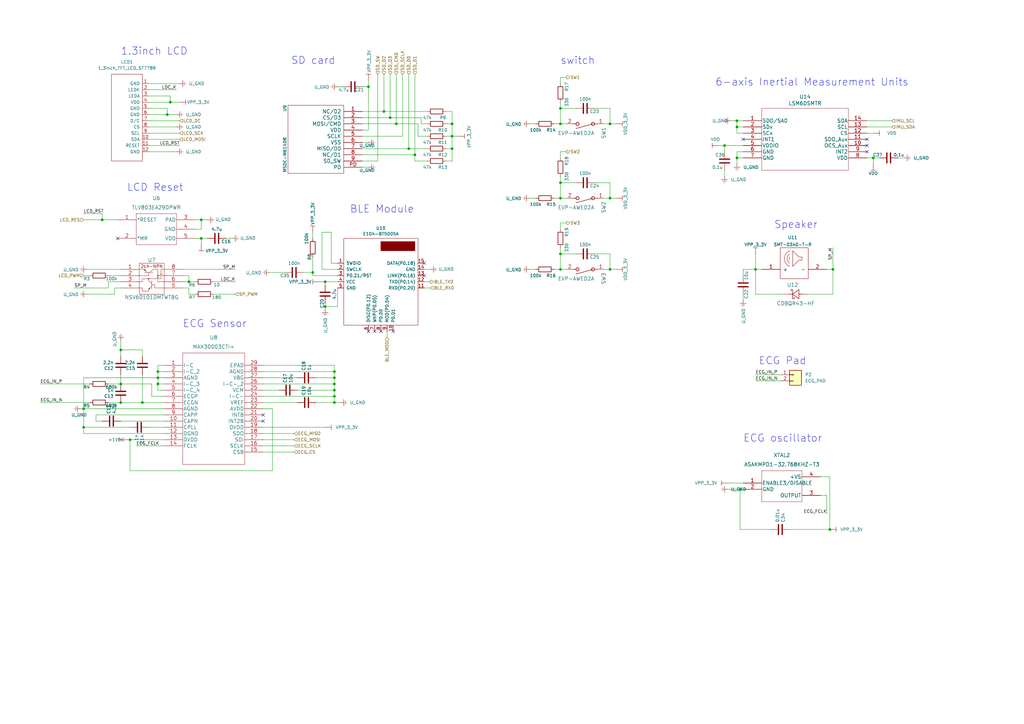
<source format=kicad_sch>
(kicad_sch (version 20211123) (generator eeschema)
  (paper "A3")
  (lib_symbols
    (symbol "Device:C" (pin_numbers hide) (pin_names (offset 0.254))
      (property "Reference" "C" (at 0.635 2.54 0))
      (property "Value" "C" (at 0.635 -2.54 0))
      (symbol "C_1_1"
        (pin passive line (at 0 3.81 270) (length 2.794) (name "~") (number "1"))
        (pin passive line (at 0 -3.81 90) (length 2.794) (name "~") (number "2"))
      )
    )
    (symbol "Device:R" (pin_numbers hide) (pin_names (offset 0))
      (property "Reference" "R" (at 2.032 0 90))
      (property "Value" "R" (at 0 0 90))
      (symbol "R_1_1"
        (pin passive line (at 0 3.81 270) (length 1.27) (name "~") (number "1"))
        (pin passive line (at 0 -3.81 90) (length 1.27) (name "~") (number "2"))
      )
    )
    (symbol "User_library:1.3inch_TFT_LCD_ST7789" (pin_names (offset 1.016))
      (property "Reference" "LCD" (at 2.54 13.97 0))
      (property "Value" "1.3inch_TFT_LCD_ST7789" (at 24.13 13.97 0))
      (symbol "1.3inch_TFT_LCD_ST7789_1_1"
        (pin power_out line (at 31.75 -2.54 90) (length 2.54) (name "GND") (number "1"))
        (pin input line (at 8.89 -2.54 90) (length 2.54) (name "SDA") (number "10"))
        (pin input line (at 6.35 -2.54 90) (length 2.54) (name "RESET") (number "11"))
        (pin power_out line (at 3.81 -2.54 90) (length 2.54) (name "GND") (number "12"))
        (pin power_out line (at 29.21 -2.54 90) (length 2.54) (name "LEDK") (number "2"))
        (pin power_in line (at 26.67 -2.54 90) (length 2.54) (name "LEDA") (number "3"))
        (pin power_in line (at 24.13 -2.54 90) (length 2.54) (name "VDD") (number "4"))
        (pin power_out line (at 21.59 -2.54 90) (length 2.54) (name "GND") (number "5"))
        (pin power_out line (at 19.05 -2.54 90) (length 2.54) (name "GND") (number "6"))
        (pin input line (at 16.51 -2.54 90) (length 2.54) (name "D/C") (number "7"))
        (pin input line (at 13.97 -2.54 90) (length 2.54) (name "CS") (number "8"))
        (pin input line (at 11.43 -2.54 90) (length 2.54) (name "SCL") (number "9"))
      )
    )
    (symbol "User_library:ASAKMPD1-32.768KHZ-T3" (pin_names (offset 0.254))
      (property "Reference" "XTAL" (at 16.51 10.16 0))
      (property "Value" "ASAKMPD1-32.768KHZ-T3" (at 19.05 7.62 0))
      (symbol "ASAKMPD1-32.768KHZ-T3_1_1"
        (pin input line (at 0 0 0) (length 7.62) (name "ENABLE3/DISABLE") (number "1"))
        (pin power_in line (at 0 -2.54 0) (length 7.62) (name "GND") (number "2"))
        (pin output line (at 31.75 -5.08 180) (length 7.62) (name "OUTPUT") (number "3"))
        (pin power_in line (at 31.75 2.54 180) (length 7.62) (name "+VS") (number "4"))
      )
    )
    (symbol "User_library:CDBQR43-HF" (pin_numbers hide) (pin_names (offset 1.651) hide)
      (property "Reference" "U" (at 3.81 3.81 0))
      (property "Value" "User_library_CDBQR43-HF" (at 5.08 -3.81 0))
      (symbol "CDBQR43-HF_1_1"
        (pin unspecified line (at 0 0 0) (length 2.54) (name "1") (number "1"))
        (pin unspecified line (at 10.16 0 180) (length 2.54) (name "2") (number "2"))
      )
    )
    (symbol "User_library:E104-BT5005A" (pin_names (offset 1.016))
      (property "Reference" "U" (at 2.54 36.83 0))
      (property "Value" "User_library_E104-BT5005A" (at 22.86 36.83 0))
      (symbol "E104-BT5005A_1_1"
        (pin input line (at -2.54 25.4 0) (length 2.54) (name "SWDIO") (number "1"))
        (pin input line (at 20.32 -2.54 90) (length 2.54) (name "P0.01") (number "10"))
        (pin input line (at 33.02 15.24 180) (length 2.54) (name "RXD(P0.20)") (number "11"))
        (pin input line (at 33.02 17.78 180) (length 2.54) (name "TXD(P0.14)") (number "12"))
        (pin input line (at 33.02 20.32 180) (length 2.54) (name "LINK(P0.16)") (number "13"))
        (pin input line (at 33.02 22.86 180) (length 2.54) (name "GND") (number "14"))
        (pin input line (at 33.02 25.4 180) (length 2.54) (name "DATA(P0.18)") (number "15"))
        (pin input line (at -2.54 22.86 0) (length 2.54) (name "SWCLK") (number "2"))
        (pin input line (at -2.54 20.32 0) (length 2.54) (name "P0.21/RST") (number "3"))
        (pin input line (at -2.54 17.78 0) (length 2.54) (name "VCC") (number "4"))
        (pin input line (at -2.54 15.24 0) (length 2.54) (name "GND") (number "5"))
        (pin input line (at 10.16 -2.54 90) (length 2.54) (name "DISC(P0.12)") (number "6"))
        (pin input line (at 12.7 -2.54 90) (length 2.54) (name "WKP(P0.05)") (number "7"))
        (pin bidirectional line (at 15.24 -2.54 90) (length 2.54) (name "P0.00") (number "8"))
        (pin input line (at 17.78 -2.54 90) (length 2.54) (name "MOD(P0.04)") (number "9"))
      )
    )
    (symbol "User_library:ECG_PAD"
      (property "Reference" "P" (at 0 11.43 0))
      (property "Value" "ECG_PAD" (at 0 1.27 0))
      (symbol "ECG_PAD_1_1"
        (pin power_in line (at -5.08 7.62 0) (length 3.81) (name "+") (number "1"))
        (pin power_out line (at -5.08 5.08 0) (length 3.81) (name "-") (number "2"))
      )
    )
    (symbol "User_library:EVP-AWED2A" (pin_names (offset -1.905) hide)
      (property "Reference" "SW" (at 0 3.81 0))
      (property "Value" "User_library_EVP-AWED2A" (at 0 -3.175 0))
      (symbol "EVP-AWED2A_1_1"
        (pin unspecified line (at -7.62 0 0) (length 2.54) (name "1") (number "1"))
        (pin unspecified line (at 7.62 0 180) (length 2.54) (name "2") (number "2"))
      )
    )
    (symbol "User_library:LSM6DSMTR" (pin_names (offset 0.254))
      (property "Reference" "U" (at 22.86 7.62 0))
      (property "Value" "LSM6DSMTR" (at 26.67 -21.59 0))
      (symbol "LSM6DSMTR_1_1"
        (pin bidirectional line (at 0 0 0) (length 7.62) (name "SDO/SA0") (number "1"))
        (pin unspecified line (at 50.8 -10.16 180) (length 7.62) (name "OCS_Aux") (number "10"))
        (pin unspecified line (at 50.8 -7.62 180) (length 7.62) (name "SDO_Aux") (number "11"))
        (pin input line (at 50.8 -5.08 180) (length 7.62) (name "CS") (number "12"))
        (pin input line (at 50.8 -2.54 180) (length 7.62) (name "SCL") (number "13"))
        (pin bidirectional line (at 50.8 0 180) (length 7.62) (name "SDA") (number "14"))
        (pin unspecified line (at 0 -2.54 0) (length 7.62) (name "SDx") (number "2"))
        (pin unspecified line (at 0 -5.08 0) (length 7.62) (name "SCx") (number "3"))
        (pin output line (at 0 -7.62 0) (length 7.62) (name "INT1") (number "4"))
        (pin power_in line (at 0 -10.16 0) (length 7.62) (name "VDDIO") (number "5"))
        (pin power_in line (at 0 -12.7 0) (length 7.62) (name "GND") (number "6"))
        (pin power_in line (at 0 -15.24 0) (length 7.62) (name "GND") (number "7"))
        (pin power_in line (at 50.8 -15.24 180) (length 7.62) (name "VDD") (number "8"))
        (pin output line (at 50.8 -12.7 180) (length 7.62) (name "INT2") (number "9"))
      )
    )
    (symbol "User_library:MAX30003CTI+" (pin_names (offset 0.254))
      (property "Reference" "U" (at 20.32 10.16 0))
      (property "Value" "MAX30003CTI+" (at 20.32 7.62 0))
      (symbol "MAX30003CTI+_1_1"
        (pin bidirectional line (at 0 0 0) (length 7.62) (name "I-C") (number "1"))
        (pin unspecified line (at 0 -22.86 0) (length 7.62) (name "CAPN") (number "10"))
        (pin unspecified line (at 0 -25.4 0) (length 7.62) (name "CPLL") (number "11"))
        (pin power_in line (at 0 -27.94 0) (length 7.62) (name "DGND") (number "12"))
        (pin power_in line (at 0 -30.48 0) (length 7.62) (name "DVDD") (number "13"))
        (pin unspecified line (at 0 -33.02 0) (length 7.62) (name "FCLK") (number "14"))
        (pin unspecified line (at 40.64 -35.56 180) (length 7.62) (name "CSB") (number "15"))
        (pin unspecified line (at 40.64 -33.02 180) (length 7.62) (name "SCLK") (number "16"))
        (pin unspecified line (at 40.64 -30.48 180) (length 7.62) (name "SDI") (number "17"))
        (pin unspecified line (at 40.64 -27.94 180) (length 7.62) (name "SDO") (number "18"))
        (pin power_in line (at 40.64 -25.4 180) (length 7.62) (name "OVDD") (number "19"))
        (pin bidirectional line (at 0 -2.54 0) (length 7.62) (name "I-C_2") (number "2"))
        (pin unspecified line (at 40.64 -22.86 180) (length 7.62) (name "INT2B") (number "20"))
        (pin unspecified line (at 40.64 -20.32 180) (length 7.62) (name "INTB") (number "21"))
        (pin power_in line (at 40.64 -17.78 180) (length 7.62) (name "AVDD") (number "22"))
        (pin power_in line (at 40.64 -15.24 180) (length 7.62) (name "VREF") (number "23"))
        (pin bidirectional line (at 40.64 -12.7 180) (length 7.62) (name "I-C-") (number "24"))
        (pin unspecified line (at 40.64 -10.16 180) (length 7.62) (name "VCM") (number "25"))
        (pin bidirectional line (at 40.64 -7.62 180) (length 7.62) (name "I-C-_2") (number "26"))
        (pin unspecified line (at 40.64 -5.08 180) (length 7.62) (name "VBG") (number "27"))
        (pin power_in line (at 40.64 -2.54 180) (length 7.62) (name "AGND") (number "28"))
        (pin unspecified line (at 40.64 0 180) (length 7.62) (name "EPAD") (number "29"))
        (pin power_in line (at 0 -5.08 0) (length 7.62) (name "AGND") (number "3"))
        (pin bidirectional line (at 0 -7.62 0) (length 7.62) (name "I-C_3") (number "4"))
        (pin bidirectional line (at 0 -10.16 0) (length 7.62) (name "I-C_4") (number "5"))
        (pin unspecified line (at 0 -12.7 0) (length 7.62) (name "ECGP") (number "6"))
        (pin unspecified line (at 0 -15.24 0) (length 7.62) (name "ECGN") (number "7"))
        (pin power_in line (at 0 -17.78 0) (length 7.62) (name "AGND") (number "8"))
        (pin unspecified line (at 0 -20.32 0) (length 7.62) (name "CAPP") (number "9"))
      )
    )
    (symbol "User_library:MSDC-M61408" (pin_names (offset 1.016))
      (property "Reference" "U" (at 8.89 29.21 0))
      (property "Value" "User_library_MSDC-M61408" (at 10.16 -1.27 0))
      (symbol "MSDC-M61408_1_1"
        (pin bidirectional line (at 30.48 25.4 180) (length 7.62) (name "NC/D2") (number "1"))
        (pin bidirectional line (at 30.48 22.86 180) (length 7.62) (name "CS/D3") (number "2"))
        (pin bidirectional line (at 30.48 20.32 180) (length 7.62) (name "MOSI/CMD") (number "3"))
        (pin power_in line (at 30.48 17.78 180) (length 7.62) (name "VDD") (number "4"))
        (pin bidirectional line (at 30.48 15.24 180) (length 7.62) (name "SCLK") (number "5"))
        (pin power_out line (at 30.48 12.7 180) (length 7.62) (name "VSS") (number "6"))
        (pin bidirectional line (at 30.48 10.16 180) (length 7.62) (name "MISO/D0") (number "7"))
        (pin bidirectional line (at 30.48 7.62 180) (length 7.62) (name "NC/D1") (number "8"))
        (pin output line (at 30.48 5.08 180) (length 7.62) (name "SD_SW") (number "9"))
        (pin power_out line (at 30.48 2.54 180) (length 7.62) (name "PD") (number "PD"))
      )
    )
    (symbol "User_library:NSV60101DMTWTBG" (pin_names (offset 0.254) hide)
      (property "Reference" "U" (at 11.43 3.81 0))
      (property "Value" "User_library_NSV60101DMTWTBG" (at 12.7 -11.43 0))
      (symbol "NSV60101DMTWTBG_0_0"
        (text "2ch-NPN" (at 12.7 1.27 0) (effects (font (size 1.27 1.27))))
      )
      (symbol "NSV60101DMTWTBG_1_1"
        (pin unspecified line (at 0 0 0) (length 7.62) (name "1") (number "1"))
        (pin unspecified line (at 0 -2.54 0) (length 7.62) (name "2") (number "2"))
        (pin unspecified line (at 0 -5.08 0) (length 7.62) (name "3") (number "3"))
        (pin unspecified line (at 0 -7.62 0) (length 7.62) (name "4") (number "4"))
        (pin unspecified line (at 25.4 -7.62 180) (length 7.62) (name "5") (number "5"))
        (pin unspecified line (at 25.4 -5.08 180) (length 7.62) (name "6") (number "6"))
        (pin unspecified line (at 25.4 -2.54 180) (length 7.62) (name "7") (number "7"))
        (pin unspecified line (at 25.4 0 180) (length 7.62) (name "8") (number "8"))
      )
    )
    (symbol "User_library:SMT-0340-T-R" (pin_names (offset 1.016))
      (property "Reference" "U" (at 3.81 13.97 0))
      (property "Value" "User_library_SMT-0340-T-R" (at 6.35 -1.27 0))
      (symbol "SMT-0340-T-R_1_1"
        (pin bidirectional line (at -7.62 3.81 0) (length 7.62) (name "+") (number "1"))
        (pin bidirectional line (at 19.05 3.81 180) (length 7.62) (name "-") (number "2"))
      )
    )
    (symbol "User_library:TLV803EA29DPWR" (pin_names (offset 0.254))
      (property "Reference" "U" (at 16.51 6.35 0))
      (property "Value" "TLV803EA29DPWR" (at 16.51 -8.89 0))
      (symbol "TLV803EA29DPWR_1_1"
        (pin bidirectional line (at 0 2.54 0) (length 7.62) (name "*RESET") (number "1"))
        (pin output line (at 0 -5.08 0) (length 7.62) (name "*MR") (number "2"))
        (pin power_in line (at 31.75 2.54 180) (length 7.62) (name "PAD") (number "3"))
        (pin power_in line (at 31.75 -1.27 180) (length 7.62) (name "GND") (number "4"))
        (pin power_in line (at 31.75 -5.08 180) (length 7.62) (name "VDD") (number "5"))
      )
    )
    (symbol "User_power:GND" (power) (pin_names (offset 0))
      (property "Value" "GND" (at 0 -3.81 0))
      (symbol "GND_1_1"
        (pin power_in line (at 0 0 270) (length 0) hide (name "U_GND") (number "1"))
      )
    )
    (symbol "User_power:VDD_3.3V" (power) (pin_names (offset 0))
      (property "Value" "VDD_3.3V" (at 0 3.81 0))
      (symbol "VDD_3.3V_1_1"
        (pin power_in line (at 0 0 90) (length 0) hide (name "VDD_3_3V") (number "1"))
      )
    )
    (symbol "User_power:VPP_3.3V" (power) (pin_names (offset 0))
      (property "Value" "User_power_VPP_3.3V" (at 0 3.81 0))
      (symbol "VPP_3.3V_1_1"
        (pin power_in line (at 0 0 90) (length 0) hide (name "VPP_3_3V") (number "1"))
      )
    )
    (symbol "power:+1V8" (power) (pin_names (offset 0))
      (property "Value" "+1V8" (at 0 3.556 0))
      (symbol "+1V8_1_1"
        (pin power_in line (at 0 0 90) (length 0) hide (name "+1V8") (number "1"))
      )
    )
    (symbol "sensor_V1-rescue:VPP_3.3V-User_power" (power) (pin_names (offset 0))
      (property "Value" "VPP_3.3V-User_power" (at 0 3.81 0))
      (symbol "VPP_3.3V-User_power_1_1"
        (pin power_in line (at 0 0 90) (length 0) hide (name "VDD") (number "1"))
      )
    )
  )
  (junction (at 137.16 152.4))
  (junction (at 34.29 167.64))
  (junction (at 302.26 52.07))
  (junction (at 137.16 157.48))
  (junction (at 151.13 35.56))
  (junction (at 137.16 160.02))
  (junction (at 341.63 110.49))
  (junction (at 49.53 157.48))
  (junction (at 185.42 55.88))
  (junction (at 303.53 200.66))
  (junction (at 167.64 60.96))
  (junction (at 170.18 63.5))
  (junction (at 69.85 41.91))
  (junction (at 157.48 45.72))
  (junction (at 340.36 217.17))
  (junction (at 229.87 104.14))
  (junction (at 137.16 162.56))
  (junction (at 137.16 165.1))
  (junction (at 128.27 111.76))
  (junction (at 64.77 154.94))
  (junction (at 82.55 90.17))
  (junction (at 358.14 64.77))
  (junction (at 250.19 110.49))
  (junction (at 185.42 50.8))
  (junction (at 82.55 97.79))
  (junction (at 302.26 49.53))
  (junction (at 162.56 50.8))
  (junction (at 229.87 74.93))
  (junction (at 64.77 152.4))
  (junction (at 133.35 115.57))
  (junction (at 229.87 44.45))
  (junction (at 185.42 60.96))
  (junction (at 58.42 165.1))
  (junction (at 250.19 50.8))
  (junction (at 133.35 125.73))
  (junction (at 309.88 110.49))
  (junction (at 41.91 90.17))
  (junction (at 250.19 81.28))
  (junction (at 229.87 81.28))
  (junction (at 49.53 143.51))
  (junction (at 137.16 154.94))
  (junction (at 64.77 157.48))
  (junction (at 297.18 59.69))
  (junction (at 77.47 115.57))
  (junction (at 53.34 180.34))
  (junction (at 49.53 165.1))
  (junction (at 34.29 175.26))
  (junction (at 160.02 48.26))
  (junction (at 68.58 46.99))
  (junction (at 229.87 50.8))
  (junction (at 229.87 110.49))
  (junction (at 302.26 64.77))
  (no_connect (at 355.6 62.23))
  (no_connect (at 304.8 57.15))
  (no_connect (at 161.29 135.89))
  (no_connect (at 48.26 97.79))
  (no_connect (at 355.6 59.69))
  (no_connect (at 151.13 135.89))
  (no_connect (at 173.99 113.03))
  (no_connect (at 156.21 135.89))
  (no_connect (at 107.95 172.72))
  (no_connect (at 153.67 135.89))
  (no_connect (at 355.6 57.15))
  (no_connect (at 107.95 170.18))
  (no_connect (at 173.99 107.95))
  (wire (pts (xy 304.8 62.23) (xy 302.26 62.23)))
  (wire (pts (xy 107.95 154.94) (xy 121.92 154.94)))
  (wire (pts (xy 74.93 110.49) (xy 96.52 110.49)))
  (wire (pts (xy 302.26 54.61) (xy 302.26 52.07)))
  (wire (pts (xy 34.29 167.64) (xy 34.29 175.26)))
  (wire (pts (xy 53.34 180.34) (xy 67.31 180.34)))
  (wire (pts (xy 185.42 60.96) (xy 185.42 55.88)))
  (wire (pts (xy 80.01 90.17) (xy 82.55 90.17)))
  (wire (pts (xy 355.6 64.77) (xy 358.14 64.77)))
  (wire (pts (xy 182.88 66.04) (xy 185.42 66.04)))
  (wire (pts (xy 170.18 66.04) (xy 175.26 66.04)))
  (wire (pts (xy 229.87 44.45) (xy 229.87 50.8)))
  (wire (pts (xy 111.76 167.64) (xy 111.76 193.04)))
  (wire (pts (xy 185.42 50.8) (xy 182.88 50.8)))
  (wire (pts (xy 138.43 118.11) (xy 138.43 125.73)))
  (wire (pts (xy 294.64 59.69) (xy 297.18 59.69)))
  (wire (pts (xy 139.7 165.1) (xy 137.16 165.1)))
  (wire (pts (xy 236.22 74.93) (xy 229.87 74.93)))
  (wire (pts (xy 68.58 44.45) (xy 68.58 46.99)))
  (wire (pts (xy 64.77 154.94) (xy 67.31 154.94)))
  (wire (pts (xy 302.26 62.23) (xy 302.26 64.77)))
  (wire (pts (xy 358.14 54.61) (xy 355.6 54.61)))
  (wire (pts (xy 162.56 50.8) (xy 162.56 30.48)))
  (wire (pts (xy 34.29 113.03) (xy 36.83 113.03)))
  (wire (pts (xy 60.96 62.23) (xy 72.39 62.23)))
  (wire (pts (xy 62.23 157.48) (xy 62.23 162.56)))
  (wire (pts (xy 35.56 110.49) (xy 49.53 110.49)))
  (wire (pts (xy 44.45 113.03) (xy 49.53 113.03)))
  (wire (pts (xy 74.93 118.11) (xy 77.47 118.11)))
  (wire (pts (xy 137.16 149.86) (xy 137.16 152.4)))
  (wire (pts (xy 185.42 45.72) (xy 182.88 45.72)))
  (wire (pts (xy 64.77 152.4) (xy 64.77 154.94)))
  (wire (pts (xy 49.53 165.1) (xy 58.42 165.1)))
  (wire (pts (xy 229.87 101.6) (xy 229.87 104.14)))
  (wire (pts (xy 148.59 60.96) (xy 167.64 60.96)))
  (wire (pts (xy 309.88 156.21) (xy 320.04 156.21)))
  (wire (pts (xy 137.16 157.48) (xy 137.16 160.02)))
  (wire (pts (xy 74.93 115.57) (xy 77.47 115.57)))
  (wire (pts (xy 148.59 63.5) (xy 170.18 63.5)))
  (wire (pts (xy 176.53 110.49) (xy 173.99 110.49)))
  (wire (pts (xy 60.96 46.99) (xy 68.58 46.99)))
  (wire (pts (xy 82.55 97.79) (xy 85.09 97.79)))
  (wire (pts (xy 148.59 48.26) (xy 160.02 48.26)))
  (wire (pts (xy 64.77 160.02) (xy 67.31 160.02)))
  (wire (pts (xy 58.42 143.51) (xy 49.53 143.51)))
  (wire (pts (xy 232.41 50.8) (xy 229.87 50.8)))
  (wire (pts (xy 229.87 31.75) (xy 232.41 31.75)))
  (wire (pts (xy 107.95 167.64) (xy 111.76 167.64)))
  (wire (pts (xy 229.87 93.98) (xy 229.87 91.44)))
  (wire (pts (xy 309.88 120.65) (xy 309.88 110.49)))
  (wire (pts (xy 250.19 74.93) (xy 250.19 81.28)))
  (wire (pts (xy 151.13 53.34) (xy 151.13 35.56)))
  (wire (pts (xy 170.18 63.5) (xy 170.18 66.04)))
  (wire (pts (xy 173.99 118.11) (xy 176.53 118.11)))
  (wire (pts (xy 46.99 120.65) (xy 35.56 120.65)))
  (wire (pts (xy 34.29 167.64) (xy 67.31 167.64)))
  (wire (pts (xy 133.35 124.46) (xy 133.35 125.73)))
  (wire (pts (xy 355.6 49.53) (xy 365.76 49.53)))
  (wire (pts (xy 355.6 52.07) (xy 365.76 52.07)))
  (wire (pts (xy 72.39 46.99) (xy 68.58 46.99)))
  (wire (pts (xy 148.59 53.34) (xy 151.13 53.34)))
  (wire (pts (xy 297.18 69.85) (xy 297.18 72.39)))
  (wire (pts (xy 185.42 66.04) (xy 185.42 60.96)))
  (wire (pts (xy 60.96 44.45) (xy 68.58 44.45)))
  (wire (pts (xy 171.45 50.8) (xy 171.45 55.88)))
  (wire (pts (xy 67.31 149.86) (xy 64.77 149.86)))
  (wire (pts (xy 82.55 93.98) (xy 82.55 90.17)))
  (wire (pts (xy 34.29 175.26) (xy 34.29 177.8)))
  (wire (pts (xy 236.22 44.45) (xy 229.87 44.45)))
  (wire (pts (xy 34.29 154.94) (xy 34.29 167.64)))
  (wire (pts (xy 39.37 170.18) (xy 39.37 172.72)))
  (wire (pts (xy 304.8 64.77) (xy 302.26 64.77)))
  (wire (pts (xy 52.07 180.34) (xy 53.34 180.34)))
  (wire (pts (xy 107.95 180.34) (xy 120.65 180.34)))
  (wire (pts (xy 302.26 64.77) (xy 302.26 67.31)))
  (wire (pts (xy 167.64 60.96) (xy 167.64 30.48)))
  (wire (pts (xy 60.96 54.61) (xy 73.66 54.61)))
  (wire (pts (xy 55.88 182.88) (xy 67.31 182.88)))
  (wire (pts (xy 107.95 177.8) (xy 120.65 177.8)))
  (wire (pts (xy 331.47 120.65) (xy 341.63 120.65)))
  (wire (pts (xy 53.34 193.04) (xy 111.76 193.04)))
  (wire (pts (xy 250.19 44.45) (xy 250.19 50.8)))
  (wire (pts (xy 49.53 143.51) (xy 49.53 146.05)))
  (wire (pts (xy 303.53 217.17) (xy 316.23 217.17)))
  (wire (pts (xy 49.53 118.11) (xy 46.99 118.11)))
  (wire (pts (xy 60.96 39.37) (xy 69.85 39.37)))
  (wire (pts (xy 129.54 165.1) (xy 137.16 165.1)))
  (wire (pts (xy 107.95 182.88) (xy 120.65 182.88)))
  (wire (pts (xy 250.19 81.28) (xy 247.65 81.28)))
  (wire (pts (xy 297.18 59.69) (xy 304.8 59.69)))
  (wire (pts (xy 107.95 157.48) (xy 137.16 157.48)))
  (wire (pts (xy 60.96 57.15) (xy 73.66 57.15)))
  (wire (pts (xy 309.88 153.67) (xy 320.04 153.67)))
  (wire (pts (xy 252.73 81.28) (xy 250.19 81.28)))
  (wire (pts (xy 33.02 167.64) (xy 34.29 167.64)))
  (wire (pts (xy 133.35 115.57) (xy 138.43 115.57)))
  (wire (pts (xy 44.45 157.48) (xy 49.53 157.48)))
  (wire (pts (xy 229.87 110.49) (xy 227.33 110.49)))
  (wire (pts (xy 175.26 50.8) (xy 172.72 50.8)))
  (wire (pts (xy 58.42 146.05) (xy 58.42 143.51)))
  (wire (pts (xy 250.19 110.49) (xy 247.65 110.49)))
  (wire (pts (xy 172.72 50.8) (xy 172.72 48.26)))
  (wire (pts (xy 80.01 97.79) (xy 82.55 97.79)))
  (wire (pts (xy 321.31 120.65) (xy 309.88 120.65)))
  (wire (pts (xy 137.16 160.02) (xy 137.16 162.56)))
  (wire (pts (xy 304.8 123.19) (xy 304.8 120.65)))
  (wire (pts (xy 176.53 115.57) (xy 173.99 115.57)))
  (wire (pts (xy 236.22 104.14) (xy 229.87 104.14)))
  (wire (pts (xy 110.49 111.76) (xy 116.84 111.76)))
  (wire (pts (xy 60.96 49.53) (xy 73.66 49.53)))
  (wire (pts (xy 298.45 198.12) (xy 304.8 198.12)))
  (wire (pts (xy 135.89 107.95) (xy 135.89 95.25)))
  (wire (pts (xy 304.8 110.49) (xy 309.88 110.49)))
  (wire (pts (xy 107.95 175.26) (xy 133.35 175.26)))
  (wire (pts (xy 250.19 50.8) (xy 247.65 50.8)))
  (wire (pts (xy 49.53 153.67) (xy 49.53 157.48)))
  (wire (pts (xy 121.92 160.02) (xy 137.16 160.02)))
  (wire (pts (xy 368.3 64.77) (xy 370.84 64.77)))
  (wire (pts (xy 130.81 115.57) (xy 133.35 115.57)))
  (wire (pts (xy 133.35 125.73) (xy 133.35 127)))
  (wire (pts (xy 340.36 195.58) (xy 340.36 217.17)))
  (wire (pts (xy 60.96 175.26) (xy 67.31 175.26)))
  (wire (pts (xy 107.95 162.56) (xy 137.16 162.56)))
  (wire (pts (xy 60.96 34.29) (xy 73.66 34.29)))
  (wire (pts (xy 165.1 55.88) (xy 165.1 30.48)))
  (wire (pts (xy 243.84 44.45) (xy 250.19 44.45)))
  (wire (pts (xy 128.27 111.76) (xy 128.27 105.41)))
  (wire (pts (xy 148.59 66.04) (xy 154.94 66.04)))
  (wire (pts (xy 229.87 41.91) (xy 229.87 44.45)))
  (wire (pts (xy 129.54 154.94) (xy 137.16 154.94)))
  (wire (pts (xy 170.18 63.5) (xy 170.18 30.48)))
  (wire (pts (xy 128.27 113.03) (xy 128.27 111.76)))
  (wire (pts (xy 151.13 33.02) (xy 151.13 35.56)))
  (wire (pts (xy 160.02 48.26) (xy 160.02 30.48)))
  (wire (pts (xy 64.77 152.4) (xy 67.31 152.4)))
  (wire (pts (xy 339.09 210.82) (xy 339.09 203.2)))
  (wire (pts (xy 64.77 149.86) (xy 64.77 152.4)))
  (wire (pts (xy 138.43 110.49) (xy 132.08 110.49)))
  (wire (pts (xy 229.87 104.14) (xy 229.87 110.49)))
  (wire (pts (xy 185.42 55.88) (xy 182.88 55.88)))
  (wire (pts (xy 80.01 93.98) (xy 82.55 93.98)))
  (wire (pts (xy 175.26 45.72) (xy 157.48 45.72)))
  (wire (pts (xy 16.51 165.1) (xy 36.83 165.1)))
  (wire (pts (xy 309.88 104.14) (xy 309.88 110.49)))
  (wire (pts (xy 232.41 110.49) (xy 229.87 110.49)))
  (wire (pts (xy 229.87 81.28) (xy 227.33 81.28)))
  (wire (pts (xy 77.47 118.11) (xy 77.47 120.65)))
  (wire (pts (xy 323.85 217.17) (xy 340.36 217.17)))
  (wire (pts (xy 49.53 172.72) (xy 67.31 172.72)))
  (wire (pts (xy 185.42 50.8) (xy 185.42 45.72)))
  (wire (pts (xy 34.29 177.8) (xy 67.31 177.8)))
  (wire (pts (xy 229.87 64.77) (xy 229.87 62.23)))
  (wire (pts (xy 243.84 104.14) (xy 250.19 104.14)))
  (wire (pts (xy 185.42 60.96) (xy 182.88 60.96)))
  (wire (pts (xy 74.93 113.03) (xy 77.47 113.03)))
  (wire (pts (xy 46.99 118.11) (xy 46.99 120.65)))
  (wire (pts (xy 229.87 72.39) (xy 229.87 74.93)))
  (wire (pts (xy 95.25 97.79) (xy 92.71 97.79)))
  (wire (pts (xy 172.72 48.26) (xy 160.02 48.26)))
  (wire (pts (xy 302.26 49.53) (xy 304.8 49.53)))
  (wire (pts (xy 138.43 113.03) (xy 128.27 113.03)))
  (wire (pts (xy 250.19 104.14) (xy 250.19 110.49)))
  (wire (pts (xy 303.53 200.66) (xy 304.8 200.66)))
  (wire (pts (xy 243.84 74.93) (xy 250.19 74.93)))
  (wire (pts (xy 217.17 81.28) (xy 219.71 81.28)))
  (wire (pts (xy 137.16 152.4) (xy 137.16 154.94)))
  (wire (pts (xy 80.01 115.57) (xy 77.47 115.57)))
  (wire (pts (xy 80.01 120.65) (xy 77.47 120.65)))
  (wire (pts (xy 82.55 100.33) (xy 82.55 97.79)))
  (wire (pts (xy 69.85 39.37) (xy 69.85 41.91)))
  (wire (pts (xy 64.77 157.48) (xy 67.31 157.48)))
  (wire (pts (xy 77.47 113.03) (xy 77.47 115.57)))
  (wire (pts (xy 229.87 74.93) (xy 229.87 81.28)))
  (wire (pts (xy 107.95 160.02) (xy 114.3 160.02)))
  (wire (pts (xy 58.42 165.1) (xy 67.31 165.1)))
  (wire (pts (xy 302.26 52.07) (xy 302.26 49.53)))
  (wire (pts (xy 158.75 138.43) (xy 158.75 135.89)))
  (wire (pts (xy 137.16 162.56) (xy 137.16 165.1)))
  (wire (pts (xy 60.96 59.69) (xy 73.66 59.69)))
  (wire (pts (xy 82.55 90.17) (xy 85.09 90.17)))
  (wire (pts (xy 217.17 110.49) (xy 219.71 110.49)))
  (wire (pts (xy 154.94 66.04) (xy 154.94 30.48)))
  (wire (pts (xy 341.63 120.65) (xy 341.63 110.49)))
  (wire (pts (xy 140.97 35.56) (xy 138.43 35.56)))
  (wire (pts (xy 252.73 110.49) (xy 250.19 110.49)))
  (wire (pts (xy 64.77 154.94) (xy 34.29 154.94)))
  (wire (pts (xy 60.96 52.07) (xy 72.39 52.07)))
  (wire (pts (xy 151.13 35.56) (xy 148.59 35.56)))
  (wire (pts (xy 49.53 115.57) (xy 44.45 115.57)))
  (wire (pts (xy 39.37 172.72) (xy 41.91 172.72)))
  (wire (pts (xy 60.96 36.83) (xy 72.39 36.83)))
  (wire (pts (xy 58.42 153.67) (xy 58.42 165.1)))
  (wire (pts (xy 107.95 185.42) (xy 120.65 185.42)))
  (wire (pts (xy 341.63 110.49) (xy 339.09 110.49)))
  (wire (pts (xy 64.77 157.48) (xy 64.77 160.02)))
  (wire (pts (xy 132.08 95.25) (xy 132.08 110.49)))
  (wire (pts (xy 304.8 113.03) (xy 304.8 110.49)))
  (wire (pts (xy 148.59 50.8) (xy 162.56 50.8)))
  (wire (pts (xy 44.45 115.57) (xy 44.45 118.11)))
  (wire (pts (xy 358.14 67.31) (xy 358.14 64.77)))
  (wire (pts (xy 187.96 55.88) (xy 185.42 55.88)))
  (wire (pts (xy 302.26 52.07) (xy 304.8 52.07)))
  (wire (pts (xy 53.34 180.34) (xy 53.34 193.04)))
  (wire (pts (xy 167.64 60.96) (xy 175.26 60.96)))
  (wire (pts (xy 107.95 152.4) (xy 137.16 152.4)))
  (wire (pts (xy 232.41 81.28) (xy 229.87 81.28)))
  (wire (pts (xy 217.17 50.8) (xy 219.71 50.8)))
  (wire (pts (xy 360.68 64.77) (xy 358.14 64.77)))
  (wire (pts (xy 148.59 55.88) (xy 165.1 55.88)))
  (wire (pts (xy 60.96 41.91) (xy 69.85 41.91)))
  (wire (pts (xy 148.59 58.42) (xy 151.13 58.42)))
  (wire (pts (xy 49.53 157.48) (xy 62.23 157.48)))
  (wire (pts (xy 34.29 87.63) (xy 41.91 87.63)))
  (wire (pts (xy 64.77 154.94) (xy 64.77 157.48)))
  (wire (pts (xy 137.16 154.94) (xy 137.16 157.48)))
  (wire (pts (xy 299.72 49.53) (xy 302.26 49.53)))
  (wire (pts (xy 309.88 110.49) (xy 312.42 110.49)))
  (wire (pts (xy 229.87 34.29) (xy 229.87 31.75)))
  (wire (pts (xy 49.53 139.7) (xy 49.53 143.51)))
  (wire (pts (xy 148.59 45.72) (xy 157.48 45.72)))
  (wire (pts (xy 229.87 91.44) (xy 232.41 91.44)))
  (wire (pts (xy 53.34 175.26) (xy 34.29 175.26)))
  (wire (pts (xy 39.37 170.18) (xy 67.31 170.18)))
  (wire (pts (xy 252.73 50.8) (xy 250.19 50.8)))
  (wire (pts (xy 171.45 55.88) (xy 175.26 55.88)))
  (wire (pts (xy 151.13 68.58) (xy 148.59 68.58)))
  (wire (pts (xy 87.63 115.57) (xy 96.52 115.57)))
  (wire (pts (xy 62.23 162.56) (xy 67.31 162.56)))
  (wire (pts (xy 185.42 55.88) (xy 185.42 50.8)))
  (wire (pts (xy 44.45 118.11) (xy 30.48 118.11)))
  (wire (pts (xy 34.29 90.17) (xy 41.91 90.17)))
  (wire (pts (xy 229.87 50.8) (xy 227.33 50.8)))
  (wire (pts (xy 69.85 41.91) (xy 73.66 41.91)))
  (wire (pts (xy 157.48 30.48) (xy 157.48 45.72)))
  (wire (pts (xy 44.45 165.1) (xy 49.53 165.1)))
  (wire (pts (xy 298.45 200.66) (xy 303.53 200.66)))
  (wire (pts (xy 341.63 110.49) (xy 341.63 101.6)))
  (wire (pts (xy 339.09 203.2) (xy 336.55 203.2)))
  (wire (pts (xy 336.55 195.58) (xy 340.36 195.58)))
  (wire (pts (xy 304.8 54.61) (xy 302.26 54.61)))
  (wire (pts (xy 107.95 165.1) (xy 121.92 165.1)))
  (wire (pts (xy 138.43 125.73) (xy 133.35 125.73)))
  (wire (pts (xy 87.63 120.65) (xy 96.52 120.65)))
  (wire (pts (xy 128.27 97.79) (xy 128.27 95.25)))
  (wire (pts (xy 303.53 200.66) (xy 303.53 217.17)))
  (wire (pts (xy 16.51 157.48) (xy 36.83 157.48)))
  (wire (pts (xy 41.91 87.63) (xy 41.91 90.17)))
  (wire (pts (xy 229.87 62.23) (xy 232.41 62.23)))
  (wire (pts (xy 135.89 95.25) (xy 132.08 95.25)))
  (wire (pts (xy 124.46 111.76) (xy 128.27 111.76)))
  (wire (pts (xy 133.35 116.84) (xy 133.35 115.57)))
  (wire (pts (xy 138.43 107.95) (xy 135.89 107.95)))
  (wire (pts (xy 107.95 149.86) (xy 137.16 149.86)))
  (wire (pts (xy 162.56 50.8) (xy 171.45 50.8)))
  (wire (pts (xy 41.91 90.17) (xy 48.26 90.17)))
  (wire (pts (xy 297.18 62.23) (xy 297.18 59.69)))
  (text "6-axis Inertial Measurement Units" (at 293.37 35.56 0) (effects (font (size 3 3)) (justify left bottom)))
  (text "Speaker" (at 317.5 93.98 0) (effects (font (size 3 3)) (justify left bottom)))
  (text "switch" (at 229.87 26.67 0) (effects (font (size 3 3)) (justify left bottom)))
  (text "ECG Pad" (at 311.15 149.86 0) (effects (font (size 3 3)) (justify left bottom)))
  (text "1.3inch LCD" (at 49.53 22.86 0) (effects (font (size 3 3)) (justify left bottom)))
  (text "LCD Reset" (at 52.07 78.74 0) (effects (font (size 3 3)) (justify left bottom)))
  (text "BLE Module" (at 143.51 87.63 0) (effects (font (size 3 3)) (justify left bottom)))
  (text "SD card" (at 119.38 26.67 0) (effects (font (size 3 3)) (justify left bottom)))
  (text "ECG oscillator" (at 304.8 181.61 0) (effects (font (size 3 3)) (justify left bottom)))
  (text "ECG Sensor" (at 74.93 134.62 0) (effects (font (size 3 3)) (justify left bottom)))
  (label "ECG_IN_P" (at 16.51 157.48 0))
  (label "SP_M" (at 96.52 110.49 180))
  (label "LDC_K" (at 72.39 36.83 180))
  (label "LCD_RST" (at 73.66 59.69 180))
  (label "ECG_IN_P" (at 309.88 153.67 0))
  (label "SP_M" (at 30.48 118.11 0))
  (label "ECG_IN_N" (at 16.51 165.1 0))
  (label "ECG_FCLK" (at 339.09 210.82 180))
  (label "ECG_IN_N" (at 309.88 156.21 0))
  (label "LCD_RST" (at 34.29 87.63 0))
  (label "ECG_FCLK" (at 55.88 182.88 0))
  (label "LDC_K" (at 96.52 115.57 180))
  (label "SP_M" (at 341.63 101.6 270))
  (hierarchical_label "IMU_SCL" (shape input) (at 365.76 49.53 0))
  (hierarchical_label "LCD_DC" (shape input) (at 73.66 49.53 0))
  (hierarchical_label "SD_CMD" (shape input) (at 162.56 30.48 90))
  (hierarchical_label "BLE_TXD" (shape output) (at 176.53 115.57 0))
  (hierarchical_label "ECG_MOSI" (shape input) (at 120.65 180.34 0))
  (hierarchical_label "LCD_MOSI" (shape input) (at 73.66 57.15 0))
  (hierarchical_label "SD_SW" (shape input) (at 154.94 30.48 90))
  (hierarchical_label "SD_D2" (shape input) (at 157.48 30.48 90))
  (hierarchical_label "LCD_SCK" (shape input) (at 73.66 54.61 0))
  (hierarchical_label "LCD_PWM" (shape input) (at 34.29 113.03 180))
  (hierarchical_label "BLE_RXD" (shape input) (at 176.53 118.11 0))
  (hierarchical_label "SD_SCLK" (shape input) (at 165.1 30.48 90))
  (hierarchical_label "SD_D1" (shape input) (at 170.18 30.48 90))
  (hierarchical_label "SW2" (shape output) (at 232.41 62.23 0))
  (hierarchical_label "SD_D0" (shape input) (at 167.64 30.48 90))
  (hierarchical_label "ECG_SCLK" (shape input) (at 120.65 182.88 0))
  (hierarchical_label "ECG_MISO" (shape input) (at 120.65 177.8 0))
  (hierarchical_label "SW3" (shape output) (at 232.41 91.44 0))
  (hierarchical_label "SD_D3" (shape input) (at 160.02 30.48 90))
  (hierarchical_label "SW1" (shape output) (at 232.41 31.75 0))
  (hierarchical_label "LCD_RES" (shape input) (at 34.29 90.17 180))
  (hierarchical_label "ECG_CS" (shape input) (at 120.65 185.42 0))
  (hierarchical_label "IMU_SDA" (shape input) (at 365.76 52.07 0))
  (hierarchical_label "BLE_MOD" (shape input) (at 158.75 138.43 270))
  (hierarchical_label "SP_PWM" (shape input) (at 96.52 120.65 0))
  (symbol (lib_id "User_power:VPP_3.3V") (at 82.55 100.33 180) (unit 1)
    (property "Reference" "#PWR0143" (effects hide))
    (property "Value" "VPP_3.3V" (at 88.9 102.87 0))
  )
  (symbol (lib_id "User_library:EVP-AWED2A") (at 240.03 81.28 180) (unit 1)
    (property "Reference" "SW2" (at 247.65 82.55 90) (effects (font (size 1.524 1.524)) (justify left)))
    (property "Value" "EVP-AWED2A" (at 243.84 85.09 0) (effects (font (size 1.524 1.524)) (justify left)))
    (property "Footprint" "User_library:EVP-AWED2A" (effects hide))
  )
  (symbol (lib_id "User_library:E104-BT5005A") (at 140.97 133.35 0) (unit 1)
    (property "Reference" "U10" (at 156.21 93.599 0))
    (property "Value" "E104-BT5005A" (at 156.21 95.9104 0))
    (property "Footprint" "User_library:E104-BT5005A_QFN-15_9x9_Pitch1.1mm" (effects hide))
  )
  (symbol (lib_id "power:+1V8") (at 52.07 180.34 90) (unit 1)
    (property "Reference" "#PWR0133" (effects hide))
    (property "Value" "+1V8" (at 46.99 180.34 90))
  )
  (symbol (lib_id "User_library:1.3inch_TFT_LCD_ST7789") (at 58.42 66.04 90) (unit 1)
    (property "Reference" "LCD1" (at 52.07 25.4 90))
    (property "Value" "1.3inch_TFT_LCD_ST7789" (at 52.07 27.94 90))
    (property "Footprint" "User_library:1.3inch_TFT_LCD_ST7789" (effects hide))
  )
  (symbol (lib_id "Device:R") (at 223.52 81.28 90) (unit 1)
    (property "Reference" "R15" (at 226.06 83.82 90))
    (property "Value" "100k" (at 219.71 83.82 90))
    (property "Footprint" "Resistor_SMD:R_0402_1005Metric" (effects hide))
  )
  (symbol (lib_id "User_library:SMT-0340-T-R") (at 320.04 114.3 0) (unit 1)
    (property "Reference" "U11" (at 325.12 97.409 0))
    (property "Value" "SMT-0340-T-R" (at 325.12 100.33 0))
    (property "Footprint" "User_library:SMT-0340-T-R" (effects hide))
  )
  (symbol (lib_id "Device:C") (at 320.04 217.17 270) (mirror x) (unit 1)
    (property "Reference" "C34" (at 321.2084 214.249 0) (effects (justify left)))
    (property "Value" "0.01u" (at 318.897 214.249 0) (effects (justify left)))
    (property "Footprint" "User_library:UL_C_0402_1005Metric" (effects hide))
  )
  (symbol (lib_id "Device:C") (at 364.49 64.77 90) (unit 1)
    (property "Reference" "C37" (at 361.95 63.5 90) (effects (justify left)))
    (property "Value" "0.1u" (at 370.84 63.5 90) (effects (justify left)))
    (property "Footprint" "User_library:UL_C_0402_1005Metric" (effects hide))
  )
  (symbol (lib_id "User_power:GND") (at 176.53 110.49 90) (unit 1)
    (property "Reference" "#PWR0146" (effects hide))
    (property "Value" "GND" (at 179.7812 110.363 90) (effects (justify right)))
  )
  (symbol (lib_id "User_power:GND") (at 298.45 200.66 270) (unit 1)
    (property "Reference" "#PWR0148" (effects hide))
    (property "Value" "GND" (at 299.72 200.6599 90) (effects (justify left)))
  )
  (symbol (lib_id "User_library:NSV60101DMTWTBG") (at 49.53 110.49 0) (unit 1)
    (property "Reference" "U7" (at 62.23 106.68 0) (effects (font (size 1.524 1.524))))
    (property "Value" "NSV60101DMTWTBG" (at 62.23 121.92 0) (effects (font (size 1.524 1.524))))
    (property "Footprint" "User_library:NSV60101DMTWTBG" (effects hide))
  )
  (symbol (lib_id "User_power:GND") (at 72.39 62.23 90) (unit 1)
    (property "Reference" "#PWR0138" (effects hide))
    (property "Value" "GND" (at 76.2 62.2299 90) (effects (justify right)))
  )
  (symbol (lib_id "Device:C") (at 118.11 160.02 90) (unit 1)
    (property "Reference" "C17" (at 116.9416 157.099 0) (effects (justify left)))
    (property "Value" "10u" (at 119.253 157.099 0) (effects (justify left)))
    (property "Footprint" "User_library:UL_C_0402_1005Metric" (effects hide))
  )
  (symbol (lib_id "Device:C") (at 133.35 120.65 180) (unit 1)
    (property "Reference" "C20" (at 132.08 124.46 90))
    (property "Value" "4.7u" (at 137.16 120.65 90))
    (property "Footprint" "User_library:UL_C_0402_1005Metric" (effects hide))
  )
  (symbol (lib_id "User_power:VPP_3.3V") (at 340.36 217.17 270) (unit 1)
    (property "Reference" "#PWR0175" (effects hide))
    (property "Value" "VPP_3.3V" (at 349.25 217.17 90))
  )
  (symbol (lib_id "User_power:GND") (at 73.66 34.29 90) (unit 1)
    (property "Reference" "#PWR0136" (effects hide))
    (property "Value" "GND" (at 77.47 34.2899 90) (effects (justify right)))
  )
  (symbol (lib_id "Device:C") (at 304.8 116.84 180) (unit 1)
    (property "Reference" "C22" (at 306.07 120.65 90))
    (property "Value" "10u" (at 306.07 113.03 90))
    (property "Footprint" "User_library:UL_C_0402_1005Metric" (effects hide))
  )
  (symbol (lib_id "Device:C") (at 240.03 104.14 270) (unit 1)
    (property "Reference" "C25" (at 243.84 105.41 90))
    (property "Value" "100n" (at 240.03 100.33 90))
    (property "Footprint" "User_library:UL_C_0402_1005Metric" (effects hide))
  )
  (symbol (lib_id "Device:C") (at 58.42 149.86 180) (unit 1)
    (property "Reference" "C15" (at 55.499 151.0284 0) (effects (justify left)))
    (property "Value" "2.2n" (at 55.499 148.717 0) (effects (justify left)))
    (property "Footprint" "User_library:UL_C_0402_1005Metric" (effects hide))
  )
  (symbol (lib_id "Device:C") (at 49.53 149.86 180) (unit 1)
    (property "Reference" "C12" (at 46.609 151.0284 0) (effects (justify left)))
    (property "Value" "2.2n" (at 46.609 148.717 0) (effects (justify left)))
    (property "Footprint" "User_library:UL_C_0402_1005Metric" (effects hide))
  )
  (symbol (lib_id "User_library:MSDC-M61408") (at 118.11 71.12 0) (unit 1)
    (property "Reference" "U9" (at 116.84 44.45 90))
    (property "Value" "MSDC-M61408" (at 116.84 63.5 90))
    (property "Footprint" "User_library:MSDC-M61408(Micro_SD)" (effects hide))
  )
  (symbol (lib_id "User_power:GND") (at 139.7 165.1 90) (unit 1)
    (property "Reference" "#PWR0147" (effects hide))
    (property "Value" "GND" (at 143.51 165.0999 90) (effects (justify right)))
  )
  (symbol (lib_id "User_library:MAX30003CTI+") (at 67.31 149.86 0) (unit 1)
    (property "Reference" "U8" (at 87.63 138.43 0) (effects (font (size 1.524 1.524))))
    (property "Value" "MAX30003CTI+" (at 87.63 142.24 0) (effects (font (size 1.524 1.524))))
    (property "Footprint" "User_library:MAX30003CTI&plus_" (effects hide))
  )
  (symbol (lib_id "Device:R") (at 40.64 113.03 270) (unit 1)
    (property "Reference" "R3" (at 35.56 114.3 90))
    (property "Value" "100k" (at 45.72 114.3 90))
    (property "Footprint" "Resistor_SMD:R_0402_1005Metric" (effects hide))
  )
  (symbol (lib_id "User_power:GND") (at 370.84 64.77 90) (unit 1)
    (property "Reference" "#PWR0182" (effects hide))
    (property "Value" "GND" (at 374.65 64.7699 90) (effects (justify right)))
  )
  (symbol (lib_id "Device:C") (at 49.53 161.29 180) (unit 1)
    (property "Reference" "C13" (at 46.609 162.4584 0) (effects (justify left)))
    (property "Value" "1n" (at 46.609 160.147 0) (effects (justify left)))
    (property "Footprint" "User_library:UL_C_0402_1005Metric" (effects hide))
  )
  (symbol (lib_id "User_power:VDD_3.3V") (at 252.73 110.49 270) (unit 1)
    (property "Reference" "#PWR0158" (effects hide))
    (property "Value" "VDD_3.3V" (at 256.54 110.49 0))
  )
  (symbol (lib_id "Device:R") (at 128.27 101.6 0) (unit 1)
    (property "Reference" "R8" (at 127 105.41 90))
    (property "Value" "100k" (at 125.73 97.79 90))
    (property "Footprint" "Resistor_SMD:R_0402_1005Metric" (effects hide))
  )
  (symbol (lib_id "Device:R") (at 40.64 165.1 270) (unit 1)
    (property "Reference" "R5" (at 35.56 166.37 90))
    (property "Value" "680k" (at 45.72 166.37 90))
    (property "Footprint" "Resistor_SMD:R_0402_1005Metric" (effects hide))
  )
  (symbol (lib_id "User_library:LSM6DSMTR") (at 304.8 49.53 0) (unit 1)
    (property "Reference" "U14" (at 330.2 39.7002 0) (effects (font (size 1.524 1.524))))
    (property "Value" "LSM6DSMTR" (at 330.2 42.3926 0) (effects (font (size 1.524 1.524))))
    (property "Footprint" "User_library:LSM6DSMTR" (effects hide))
  )
  (symbol (lib_id "Device:C") (at 297.18 66.04 0) (unit 1)
    (property "Reference" "C36" (at 293.37 63.5 0) (effects (justify left)))
    (property "Value" "0.1u" (at 292.1 68.58 0) (effects (justify left)))
    (property "Footprint" "User_library:UL_C_0402_1005Metric" (effects hide))
  )
  (symbol (lib_id "Device:R") (at 229.87 68.58 180) (unit 1)
    (property "Reference" "R18" (at 232.41 66.04 90))
    (property "Value" "330" (at 232.41 72.39 90))
    (property "Footprint" "Resistor_SMD:R_0402_1005Metric" (effects hide))
  )
  (symbol (lib_id "Device:R") (at 179.07 45.72 90) (unit 1)
    (property "Reference" "R9" (at 181.61 48.26 90))
    (property "Value" "47k" (at 175.26 48.26 90))
    (property "Footprint" "Resistor_SMD:R_0402_1005Metric" (effects hide))
  )
  (symbol (lib_id "Device:R") (at 223.52 50.8 90) (unit 1)
    (property "Reference" "R14" (at 226.06 53.34 90))
    (property "Value" "100k" (at 219.71 53.34 90))
    (property "Footprint" "Resistor_SMD:R_0402_1005Metric" (effects hide))
  )
  (symbol (lib_id "Device:C") (at 240.03 44.45 270) (unit 1)
    (property "Reference" "C23" (at 243.84 45.72 90))
    (property "Value" "100n" (at 240.03 40.64 90))
    (property "Footprint" "User_library:UL_C_0402_1005Metric" (effects hide))
  )
  (symbol (lib_id "User_library:EVP-AWED2A") (at 240.03 110.49 180) (unit 1)
    (property "Reference" "SW3" (at 247.65 111.76 90) (effects (font (size 1.524 1.524)) (justify left)))
    (property "Value" "EVP-AWED2A" (at 243.84 114.3 0) (effects (font (size 1.524 1.524)) (justify left)))
    (property "Footprint" "User_library:EVP-AWED2A" (effects hide))
  )
  (symbol (lib_id "Device:R") (at 223.52 110.49 90) (unit 1)
    (property "Reference" "R16" (at 226.06 113.03 90))
    (property "Value" "100k" (at 219.71 113.03 90))
    (property "Footprint" "Resistor_SMD:R_0402_1005Metric" (effects hide))
  )
  (symbol (lib_id "User_power:GND") (at 72.39 46.99 90) (unit 1)
    (property "Reference" "#PWR0139" (effects hide))
    (property "Value" "GND" (at 76.2 46.9899 90) (effects (justify right)))
  )
  (symbol (lib_id "User_power:GND") (at 110.49 111.76 270) (unit 1)
    (property "Reference" "#PWR0176" (effects hide))
    (property "Value" "GND" (at 107.2388 111.887 90) (effects (justify right)))
  )
  (symbol (lib_id "User_power:GND") (at 133.35 127 0) (unit 1)
    (property "Reference" "#PWR0150" (effects hide))
    (property "Value" "GND" (at 133.477 130.2512 90) (effects (justify right)))
  )
  (symbol (lib_id "sensor_V1-rescue:VPP_3.3V-User_power") (at 358.14 54.61 270) (unit 1)
    (property "Reference" "#PWR0184" (effects hide))
    (property "Value" "VPP_3.3V" (at 365.76 54.61 90))
  )
  (symbol (lib_id "User_power:GND") (at 302.26 67.31 0) (unit 1)
    (property "Reference" "#PWR0180" (effects hide))
    (property "Value" "GND" (at 304.8 68.5799 0) (effects (justify left)))
  )
  (symbol (lib_id "User_power:GND") (at 95.25 97.79 90) (unit 1)
    (property "Reference" "#PWR0142" (effects hide))
    (property "Value" "GND" (at 98.5012 97.663 90) (effects (justify right)))
  )
  (symbol (lib_id "Device:R") (at 40.64 157.48 270) (unit 1)
    (property "Reference" "R4" (at 35.56 158.75 90))
    (property "Value" "680k" (at 45.72 158.75 90))
    (property "Footprint" "Resistor_SMD:R_0402_1005Metric" (effects hide))
  )
  (symbol (lib_id "User_power:VDD_3.3V") (at 252.73 50.8 270) (unit 1)
    (property "Reference" "#PWR0152" (effects hide))
    (property "Value" "VDD_3.3V" (at 256.54 50.8 0))
  )
  (symbol (lib_id "Device:R") (at 229.87 97.79 180) (unit 1)
    (property "Reference" "R19" (at 232.41 95.25 90))
    (property "Value" "330" (at 232.41 101.6 90))
    (property "Footprint" "Resistor_SMD:R_0402_1005Metric" (effects hide))
  )
  (symbol (lib_id "Device:C") (at 240.03 74.93 270) (unit 1)
    (property "Reference" "C24" (at 243.84 76.2 90))
    (property "Value" "100n" (at 240.03 71.12 90))
    (property "Footprint" "User_library:UL_C_0402_1005Metric" (effects hide))
  )
  (symbol (lib_id "User_power:GND") (at 33.02 167.64 270) (unit 1)
    (property "Reference" "#PWR0132" (effects hide))
    (property "Value" "GND" (at 29.21 170.18 90) (effects (justify left)))
  )
  (symbol (lib_id "Device:C") (at 88.9 97.79 270) (unit 1)
    (property "Reference" "C16" (at 92.71 99.06 90))
    (property "Value" "4.7u" (at 88.9 93.98 90))
    (property "Footprint" "User_library:UL_C_0402_1005Metric" (effects hide))
  )
  (symbol (lib_id "User_power:VPP_3.3V") (at 298.45 198.12 90) (unit 1)
    (property "Reference" "#PWR0149" (effects hide))
    (property "Value" "VPP_3.3V" (at 289.56 198.12 90))
  )
  (symbol (lib_id "Device:C") (at 57.15 175.26 270) (unit 1)
    (property "Reference" "C14" (at 58.3184 178.181 0) (effects (justify left)))
    (property "Value" "1n" (at 56.007 178.181 0) (effects (justify left)))
    (property "Footprint" "User_library:UL_C_0402_1005Metric" (effects hide))
  )
  (symbol (lib_id "User_power:VPP_3.3V") (at 130.81 115.57 90) (unit 1)
    (property "Reference" "#PWR0134" (effects hide))
    (property "Value" "VPP_3.3V" (at 123.19 115.57 90))
  )
  (symbol (lib_id "User_library:ECG_PAD") (at 325.12 161.29 0) (unit 1)
    (property "Reference" "P2" (at 330.2 153.6699 0) (effects (justify left)))
    (property "Value" "ECG_PAD" (at 330.2 156.2099 0) (effects (justify left)))
    (property "Footprint" "User_library:ECG_PAD" (effects hide))
  )
  (symbol (lib_id "User_power:GND") (at 35.56 110.49 270) (unit 1)
    (property "Reference" "#PWR0130" (effects hide))
    (property "Value" "GND" (at 32.3088 110.617 90) (effects (justify right)))
  )
  (symbol (lib_id "User_power:GND") (at 217.17 81.28 270) (unit 1)
    (property "Reference" "#PWR0151" (effects hide))
    (property "Value" "GND" (at 213.9188 81.407 90) (effects (justify right)))
  )
  (symbol (lib_id "User_power:VPP_3.3V") (at 128.27 95.25 0) (unit 1)
    (property "Reference" "#PWR0144" (effects hide))
    (property "Value" "VPP_3.3V" (at 128.27 87.63 90))
  )
  (symbol (lib_id "User_power:VPP_3.3V") (at 73.66 41.91 270) (unit 1)
    (property "Reference" "#PWR0137" (effects hide))
    (property "Value" "VPP_3.3V" (at 81.28 41.91 90))
  )
  (symbol (lib_id "Device:R") (at 179.07 60.96 90) (unit 1)
    (property "Reference" "R12" (at 181.61 63.5 90))
    (property "Value" "47k" (at 175.26 63.5 90))
    (property "Footprint" "Resistor_SMD:R_0402_1005Metric" (effects hide))
  )
  (symbol (lib_id "User_power:GND") (at 217.17 50.8 270) (unit 1)
    (property "Reference" "#PWR0154" (effects hide))
    (property "Value" "GND" (at 213.9188 50.927 90) (effects (justify right)))
  )
  (symbol (lib_id "User_power:GND") (at 151.13 68.58 90) (unit 1)
    (property "Reference" "#PWR0145" (effects hide))
    (property "Value" "GND" (at 147.32 69.85 90) (effects (justify right)))
  )
  (symbol (lib_id "Device:R") (at 83.82 115.57 270) (unit 1)
    (property "Reference" "R6" (at 78.74 116.84 90))
    (property "Value" "10" (at 88.9 116.84 90))
    (property "Footprint" "Resistor_SMD:R_0402_1005Metric" (effects hide))
  )
  (symbol (lib_id "User_library:EVP-AWED2A") (at 240.03 50.8 180) (unit 1)
    (property "Reference" "SW1" (at 247.65 52.07 90) (effects (font (size 1.524 1.524)) (justify left)))
    (property "Value" "EVP-AWED2A" (at 243.84 54.61 0) (effects (font (size 1.524 1.524)) (justify left)))
    (property "Footprint" "User_library:EVP-AWED2A" (effects hide))
  )
  (symbol (lib_id "sensor_V1-rescue:VPP_3.3V-User_power") (at 294.64 59.69 90) (unit 1)
    (property "Reference" "#PWR0181" (effects hide))
    (property "Value" "VPP_3.3V" (at 293.37 57.15 90))
  )
  (symbol (lib_id "User_power:GND") (at 85.09 90.17 90) (unit 1)
    (property "Reference" "#PWR0141" (effects hide))
    (property "Value" "GND" (at 88.3412 90.043 90) (effects (justify right)))
  )
  (symbol (lib_id "User_library:ASAKMPD1-32.768KHZ-T3") (at 304.8 198.12 0) (unit 1)
    (property "Reference" "XTAL2" (at 320.675 186.69 0) (effects (font (size 1.524 1.524))))
    (property "Value" "ASAKMPD1-32.768KHZ-T3" (at 320.675 190.5 0) (effects (font (size 1.524 1.524))))
    (property "Footprint" "User_library:ASAKMPD1-32.768KHZ-T3" (effects hide))
  )
  (symbol (lib_id "User_power:VPP_3.3V") (at 151.13 33.02 0) (unit 1)
    (property "Reference" "#PWR0162" (effects hide))
    (property "Value" "VPP_3.3V" (at 151.384 29.7942 90) (effects (justify left)))
  )
  (symbol (lib_id "User_power:GND") (at 151.13 58.42 90) (unit 1)
    (property "Reference" "#PWR0160" (effects hide))
    (property "Value" "GND" (at 147.32 59.69 90) (effects (justify right)))
  )
  (symbol (lib_id "Device:C") (at 45.72 172.72 90) (unit 1)
    (property "Reference" "C11" (at 44.5516 169.799 0) (effects (justify left)))
    (property "Value" "4.7u" (at 46.863 169.799 0) (effects (justify left)))
    (property "Footprint" "User_library:UL_C_0402_1005Metric" (effects hide))
  )
  (symbol (lib_id "Device:R") (at 179.07 50.8 90) (unit 1)
    (property "Reference" "R10" (at 181.61 53.34 90))
    (property "Value" "47k" (at 175.26 53.34 90))
    (property "Footprint" "Resistor_SMD:R_0402_1005Metric" (effects hide))
  )
  (symbol (lib_id "User_power:VPP_3.3V") (at 309.88 104.14 0) (unit 1)
    (property "Reference" "#PWR0157" (effects hide))
    (property "Value" "VPP_3.3V" (at 309.88 100.33 0))
  )
  (symbol (lib_id "User_power:VDD_3.3V") (at 252.73 81.28 270) (unit 1)
    (property "Reference" "#PWR0153" (effects hide))
    (property "Value" "VDD_3.3V" (at 256.54 81.28 0))
  )
  (symbol (lib_id "User_power:GND") (at 299.72 49.53 270) (unit 1)
    (property "Reference" "#PWR0178" (effects hide))
    (property "Value" "GND" (at 292.1 49.53 90) (effects (justify left)))
  )
  (symbol (lib_id "Device:R") (at 229.87 38.1 180) (unit 1)
    (property "Reference" "R17" (at 232.41 35.56 90))
    (property "Value" "330" (at 232.41 41.91 90))
    (property "Footprint" "Resistor_SMD:R_0402_1005Metric" (effects hide))
  )
  (symbol (lib_id "User_power:GND") (at 304.8 123.19 0) (unit 1)
    (property "Reference" "#PWR0156" (effects hide))
    (property "Value" "GND" (at 304.927 126.4412 90) (effects (justify right)))
  )
  (symbol (lib_id "User_library:CDBQR43-HF") (at 321.31 120.65 0) (unit 1)
    (property "Reference" "U12" (at 325.12 116.84 0) (effects (font (size 1.524 1.524))))
    (property "Value" "CDBQR43-HF" (at 326.39 124.46 0) (effects (font (size 1.524 1.524))))
    (property "Footprint" "User_library:CDBQR43-HF" (effects hide))
  )
  (symbol (lib_id "User_power:GND") (at 217.17 110.49 270) (unit 1)
    (property "Reference" "#PWR0159" (effects hide))
    (property "Value" "GND" (at 213.9188 110.617 90) (effects (justify right)))
  )
  (symbol (lib_id "User_power:GND") (at 138.43 35.56 270) (unit 1)
    (property "Reference" "#PWR0161" (effects hide))
    (property "Value" "GND" (at 135.1788 35.687 90) (effects (justify right)))
  )
  (symbol (lib_id "Device:C") (at 120.65 111.76 90) (mirror x) (unit 1)
    (property "Reference" "C35" (at 116.84 113.03 90))
    (property "Value" "100n" (at 120.65 107.95 90))
    (property "Footprint" "User_library:UL_C_0402_1005Metric" (effects hide))
  )
  (symbol (lib_id "User_power:GND") (at 49.53 139.7 180) (unit 1)
    (property "Reference" "#PWR0129" (effects hide))
    (property "Value" "GND" (at 46.99 135.89 90) (effects (justify left)))
  )
  (symbol (lib_id "Device:R") (at 179.07 55.88 90) (unit 1)
    (property "Reference" "R11" (at 181.61 58.42 90))
    (property "Value" "47k" (at 175.26 58.42 90))
    (property "Footprint" "Resistor_SMD:R_0402_1005Metric" (effects hide))
  )
  (symbol (lib_id "User_library:TLV803EA29DPWR") (at 48.26 92.71 0) (unit 1)
    (property "Reference" "U6" (at 64.135 81.28 0) (effects (font (size 1.524 1.524))))
    (property "Value" "TLV803EA29DPWR" (at 64.135 85.09 0) (effects (font (size 1.524 1.524))))
    (property "Footprint" "User_library:TLV803EA29DPWR" (effects hide))
  )
  (symbol (lib_id "User_power:GND") (at 35.56 120.65 270) (unit 1)
    (property "Reference" "#PWR0131" (effects hide))
    (property "Value" "GND" (at 32.3088 120.777 90) (effects (justify right)))
  )
  (symbol (lib_id "Device:R") (at 83.82 120.65 270) (unit 1)
    (property "Reference" "R7" (at 78.74 121.92 90))
    (property "Value" "180" (at 88.9 121.92 90))
    (property "Footprint" "Resistor_SMD:R_0402_1005Metric" (effects hide))
  )
  (symbol (lib_id "sensor_V1-rescue:VPP_3.3V-User_power") (at 358.14 67.31 180) (unit 1)
    (property "Reference" "#PWR0183" (effects hide))
    (property "Value" "VPP_3.3V" (at 358.14 71.12 0))
  )
  (symbol (lib_id "Device:C") (at 125.73 154.94 90) (unit 1)
    (property "Reference" "C18" (at 124.5616 152.019 0) (effects (justify left)))
    (property "Value" "1u" (at 126.873 152.019 0) (effects (justify left)))
    (property "Footprint" "User_library:UL_C_0402_1005Metric" (effects hide))
  )
  (symbol (lib_id "User_power:GND") (at 72.39 52.07 90) (unit 1)
    (property "Reference" "#PWR0140" (effects hide))
    (property "Value" "GND" (at 76.2 52.0699 90) (effects (justify right)))
  )
  (symbol (lib_id "Device:C") (at 125.73 165.1 90) (unit 1)
    (property "Reference" "C19" (at 124.5616 162.179 0) (effects (justify left)))
    (property "Value" "10u" (at 126.873 162.179 0) (effects (justify left)))
    (property "Footprint" "User_library:UL_C_0402_1005Metric" (effects hide))
  )
  (symbol (lib_id "User_power:VPP_3.3V") (at 187.96 55.88 270) (unit 1)
    (property "Reference" "#PWR0155" (effects hide))
    (property "Value" "VPP_3.3V" (at 192.3542 56.134 0))
  )
  (symbol (lib_id "Device:C") (at 144.78 35.56 90) (unit 1)
    (property "Reference" "C21" (at 147.32 36.83 90))
    (property "Value" "4.7u" (at 140.97 36.83 90))
    (property "Footprint" "User_library:UL_C_0402_1005Metric" (effects hide))
  )
  (symbol (lib_id "User_power:GND") (at 297.18 72.39 0) (unit 1)
    (property "Reference" "#PWR0179" (effects hide))
    (property "Value" "GND" (at 299.72 73.6599 0) (effects (justify left)))
  )
  (symbol (lib_id "User_power:VPP_3.3V") (at 133.35 175.26 270) (unit 1)
    (property "Reference" "#PWR0135" (effects hide))
    (property "Value" "VPP_3.3V" (at 142.24 175.26 90))
  )
  (symbol (lib_id "Device:R") (at 179.07 66.04 90) (unit 1)
    (property "Reference" "R13" (at 181.61 68.58 90))
    (property "Value" "47k" (at 175.26 68.58 90))
    (property "Footprint" "Resistor_SMD:R_0402_1005Metric" (effects hide))
  )
)
</source>
